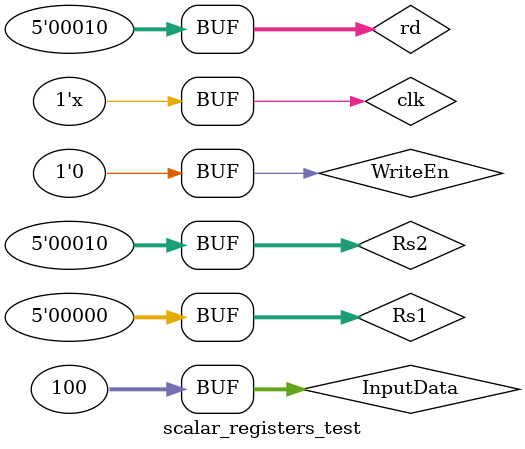
<source format=sv>
`timescale 1 ps / 1 ps
module scalar_registers_test();

	logic WriteEn,clk;
	logic [4:0] Rs1, Rs2, rd;
	logic [31:0]InputData;
	logic [31:0]Rout1, Rout2;

	scalar_registers DUT(WriteEn, clk, Rs1, Rs2, rd, InputData, Rout1, Rout2);
	
	initial begin
		
		WriteEn = 0;
		clk = 0;
		Rs1 = 5'd0;
		Rs2 = 5'd2; 
		rd = 5'd0;
		#5 InputData = 32'd100;
		
		
		#7 WriteEn = 1;
		#7 WriteEn = 0;
		
		#5 rd = 5'd2;
		
		#7 WriteEn = 1;
		#7 WriteEn = 0;
		
	
	end

	always
		#5 clk <= !clk;
	
endmodule
</source>
